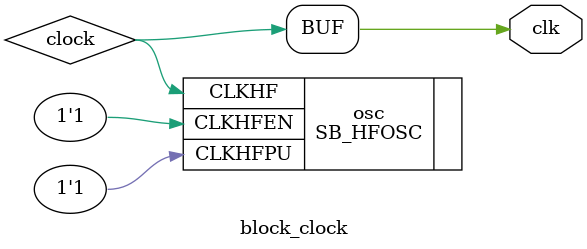
<source format=v>
module block_clock (
           output clk
       );

wire clock;
wire clk;
wire slow_clk;

SB_HFOSC #(.CLKHF_DIV("0b11"))  osc(.CLKHFEN(1'b1),     // enable
                                    .CLKHFPU(1'b1), // power up
                                    .CLKHF(clock)         // output to sysclk
                                   ) /* synthesis ROUTE_THROUGH_FABRIC=0 */;

reg [9:0] counter;
assign slow_clk = counter[9];

always @(posedge clock) begin
    // Count and increment the output port
    counter <= counter + 1'b1;
end

assign clk = clock;
// assign clk = clock;

endmodule

</source>
